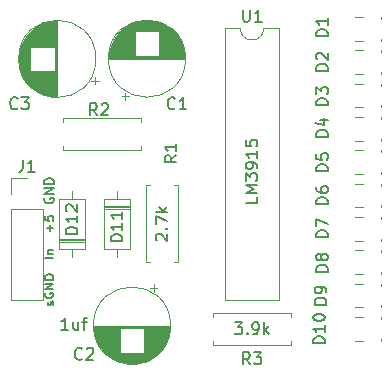
<source format=gbr>
G04 #@! TF.GenerationSoftware,KiCad,Pcbnew,(5.1.4-0-10_14)*
G04 #@! TF.CreationDate,2019-08-30T09:08:26-07:00*
G04 #@! TF.ProjectId,VUMeter,56554d65-7465-4722-9e6b-696361645f70,rev?*
G04 #@! TF.SameCoordinates,Original*
G04 #@! TF.FileFunction,Legend,Top*
G04 #@! TF.FilePolarity,Positive*
%FSLAX46Y46*%
G04 Gerber Fmt 4.6, Leading zero omitted, Abs format (unit mm)*
G04 Created by KiCad (PCBNEW (5.1.4-0-10_14)) date 2019-08-30 09:08:26*
%MOMM*%
%LPD*%
G04 APERTURE LIST*
%ADD10C,0.150000*%
%ADD11C,0.120000*%
G04 APERTURE END LIST*
D10*
X69554285Y-90509285D02*
X68804285Y-90509285D01*
X69054285Y-90152142D02*
X69554285Y-90152142D01*
X69125714Y-90152142D02*
X69090000Y-90116428D01*
X69054285Y-90045000D01*
X69054285Y-89937857D01*
X69090000Y-89866428D01*
X69161428Y-89830714D01*
X69554285Y-89830714D01*
X69268571Y-88272857D02*
X69268571Y-87701428D01*
X69554285Y-87987142D02*
X68982857Y-87987142D01*
X68804285Y-86987142D02*
X68804285Y-87344285D01*
X69161428Y-87380000D01*
X69125714Y-87344285D01*
X69090000Y-87272857D01*
X69090000Y-87094285D01*
X69125714Y-87022857D01*
X69161428Y-86987142D01*
X69232857Y-86951428D01*
X69411428Y-86951428D01*
X69482857Y-86987142D01*
X69518571Y-87022857D01*
X69554285Y-87094285D01*
X69554285Y-87272857D01*
X69518571Y-87344285D01*
X69482857Y-87380000D01*
X69518571Y-94521571D02*
X69554285Y-94450142D01*
X69554285Y-94307285D01*
X69518571Y-94235857D01*
X69447142Y-94200142D01*
X69411428Y-94200142D01*
X69340000Y-94235857D01*
X69304285Y-94307285D01*
X69304285Y-94414428D01*
X69268571Y-94485857D01*
X69197142Y-94521571D01*
X69161428Y-94521571D01*
X69090000Y-94485857D01*
X69054285Y-94414428D01*
X69054285Y-94307285D01*
X69090000Y-94235857D01*
X68840000Y-93485857D02*
X68804285Y-93557285D01*
X68804285Y-93664428D01*
X68840000Y-93771571D01*
X68911428Y-93843000D01*
X68982857Y-93878714D01*
X69125714Y-93914428D01*
X69232857Y-93914428D01*
X69375714Y-93878714D01*
X69447142Y-93843000D01*
X69518571Y-93771571D01*
X69554285Y-93664428D01*
X69554285Y-93593000D01*
X69518571Y-93485857D01*
X69482857Y-93450142D01*
X69232857Y-93450142D01*
X69232857Y-93593000D01*
X69554285Y-93128714D02*
X68804285Y-93128714D01*
X69554285Y-92700142D01*
X68804285Y-92700142D01*
X69554285Y-92343000D02*
X68804285Y-92343000D01*
X68804285Y-92164428D01*
X68840000Y-92057285D01*
X68911428Y-91985857D01*
X68982857Y-91950142D01*
X69125714Y-91914428D01*
X69232857Y-91914428D01*
X69375714Y-91950142D01*
X69447142Y-91985857D01*
X69518571Y-92057285D01*
X69554285Y-92164428D01*
X69554285Y-92343000D01*
X68815000Y-85445523D02*
X68776904Y-85521714D01*
X68776904Y-85636000D01*
X68815000Y-85750285D01*
X68891190Y-85826476D01*
X68967380Y-85864571D01*
X69119761Y-85902666D01*
X69234047Y-85902666D01*
X69386428Y-85864571D01*
X69462619Y-85826476D01*
X69538809Y-85750285D01*
X69576904Y-85636000D01*
X69576904Y-85559809D01*
X69538809Y-85445523D01*
X69500714Y-85407428D01*
X69234047Y-85407428D01*
X69234047Y-85559809D01*
X69576904Y-85064571D02*
X68776904Y-85064571D01*
X69576904Y-84607428D01*
X68776904Y-84607428D01*
X69576904Y-84226476D02*
X68776904Y-84226476D01*
X68776904Y-84036000D01*
X68815000Y-83921714D01*
X68891190Y-83845523D01*
X68967380Y-83807428D01*
X69119761Y-83769333D01*
X69234047Y-83769333D01*
X69386428Y-83807428D01*
X69462619Y-83845523D01*
X69538809Y-83921714D01*
X69576904Y-84036000D01*
X69576904Y-84226476D01*
D11*
X88610000Y-71060000D02*
X87360000Y-71060000D01*
X88610000Y-94040000D02*
X88610000Y-71060000D01*
X84110000Y-94040000D02*
X88610000Y-94040000D01*
X84110000Y-71060000D02*
X84110000Y-94040000D01*
X85360000Y-71060000D02*
X84110000Y-71060000D01*
X87360000Y-71060000D02*
G75*
G02X85360000Y-71060000I-1000000J0D01*
G01*
X89630000Y-97890000D02*
X89630000Y-97560000D01*
X83090000Y-97890000D02*
X89630000Y-97890000D01*
X83090000Y-97560000D02*
X83090000Y-97890000D01*
X89630000Y-95150000D02*
X89630000Y-95480000D01*
X83090000Y-95150000D02*
X89630000Y-95150000D01*
X83090000Y-95480000D02*
X83090000Y-95150000D01*
X70390000Y-78640000D02*
X70390000Y-78970000D01*
X76930000Y-78640000D02*
X70390000Y-78640000D01*
X76930000Y-78970000D02*
X76930000Y-78640000D01*
X70390000Y-81380000D02*
X70390000Y-81050000D01*
X76930000Y-81380000D02*
X70390000Y-81380000D01*
X76930000Y-81050000D02*
X76930000Y-81380000D01*
X77370000Y-90900000D02*
X77700000Y-90900000D01*
X77370000Y-84360000D02*
X77370000Y-90900000D01*
X77700000Y-84360000D02*
X77370000Y-84360000D01*
X80110000Y-90900000D02*
X79780000Y-90900000D01*
X80110000Y-84360000D02*
X80110000Y-90900000D01*
X79780000Y-84360000D02*
X80110000Y-84360000D01*
X65980000Y-83760000D02*
X67310000Y-83760000D01*
X65980000Y-85090000D02*
X65980000Y-83760000D01*
X65980000Y-86360000D02*
X68640000Y-86360000D01*
X68640000Y-86360000D02*
X68640000Y-94040000D01*
X65980000Y-86360000D02*
X65980000Y-94040000D01*
X65980000Y-94040000D02*
X68640000Y-94040000D01*
X70000000Y-89150000D02*
X72240000Y-89150000D01*
X70000000Y-88910000D02*
X72240000Y-88910000D01*
X70000000Y-89030000D02*
X72240000Y-89030000D01*
X71120000Y-84860000D02*
X71120000Y-85510000D01*
X71120000Y-90400000D02*
X71120000Y-89750000D01*
X70000000Y-85510000D02*
X70000000Y-89750000D01*
X72240000Y-85510000D02*
X70000000Y-85510000D01*
X72240000Y-89750000D02*
X72240000Y-85510000D01*
X70000000Y-89750000D02*
X72240000Y-89750000D01*
X97260000Y-97345000D02*
X97260000Y-97530000D01*
X97260000Y-95510000D02*
X97260000Y-95695000D01*
X97250000Y-97530000D02*
X97260000Y-97530000D01*
X95060000Y-97530000D02*
X95791000Y-97530000D01*
X97250000Y-95510000D02*
X97260000Y-95510000D01*
X95060000Y-95510000D02*
X95791000Y-95510000D01*
X76050000Y-86110000D02*
X73810000Y-86110000D01*
X76050000Y-86350000D02*
X73810000Y-86350000D01*
X76050000Y-86230000D02*
X73810000Y-86230000D01*
X74930000Y-90400000D02*
X74930000Y-89750000D01*
X74930000Y-84860000D02*
X74930000Y-85510000D01*
X76050000Y-89750000D02*
X76050000Y-85510000D01*
X73810000Y-89750000D02*
X76050000Y-89750000D01*
X73810000Y-85510000D02*
X73810000Y-89750000D01*
X76050000Y-85510000D02*
X73810000Y-85510000D01*
X97260000Y-94522776D02*
X97260000Y-94707776D01*
X97260000Y-92687776D02*
X97260000Y-92872776D01*
X97250000Y-94707776D02*
X97260000Y-94707776D01*
X95060000Y-94707776D02*
X95791000Y-94707776D01*
X97250000Y-92687776D02*
X97260000Y-92687776D01*
X95060000Y-92687776D02*
X95791000Y-92687776D01*
X97260000Y-91700554D02*
X97260000Y-91885554D01*
X97260000Y-89865554D02*
X97260000Y-90050554D01*
X97250000Y-91885554D02*
X97260000Y-91885554D01*
X95060000Y-91885554D02*
X95791000Y-91885554D01*
X97250000Y-89865554D02*
X97260000Y-89865554D01*
X95060000Y-89865554D02*
X95791000Y-89865554D01*
X97260000Y-88878332D02*
X97260000Y-89063332D01*
X97260000Y-87043332D02*
X97260000Y-87228332D01*
X97250000Y-89063332D02*
X97260000Y-89063332D01*
X95060000Y-89063332D02*
X95791000Y-89063332D01*
X97250000Y-87043332D02*
X97260000Y-87043332D01*
X95060000Y-87043332D02*
X95791000Y-87043332D01*
X97260000Y-86056110D02*
X97260000Y-86241110D01*
X97260000Y-84221110D02*
X97260000Y-84406110D01*
X97250000Y-86241110D02*
X97260000Y-86241110D01*
X95060000Y-86241110D02*
X95791000Y-86241110D01*
X97250000Y-84221110D02*
X97260000Y-84221110D01*
X95060000Y-84221110D02*
X95791000Y-84221110D01*
X97260000Y-83233888D02*
X97260000Y-83418888D01*
X97260000Y-81398888D02*
X97260000Y-81583888D01*
X97250000Y-83418888D02*
X97260000Y-83418888D01*
X95060000Y-83418888D02*
X95791000Y-83418888D01*
X97250000Y-81398888D02*
X97260000Y-81398888D01*
X95060000Y-81398888D02*
X95791000Y-81398888D01*
X97260000Y-80411666D02*
X97260000Y-80596666D01*
X97260000Y-78576666D02*
X97260000Y-78761666D01*
X97250000Y-80596666D02*
X97260000Y-80596666D01*
X95060000Y-80596666D02*
X95791000Y-80596666D01*
X97250000Y-78576666D02*
X97260000Y-78576666D01*
X95060000Y-78576666D02*
X95791000Y-78576666D01*
X97260000Y-77589444D02*
X97260000Y-77774444D01*
X97260000Y-75754444D02*
X97260000Y-75939444D01*
X97250000Y-77774444D02*
X97260000Y-77774444D01*
X95060000Y-77774444D02*
X95791000Y-77774444D01*
X97250000Y-75754444D02*
X97260000Y-75754444D01*
X95060000Y-75754444D02*
X95791000Y-75754444D01*
X97260000Y-74767222D02*
X97260000Y-74952222D01*
X97260000Y-72932222D02*
X97260000Y-73117222D01*
X97250000Y-74952222D02*
X97260000Y-74952222D01*
X95060000Y-74952222D02*
X95791000Y-74952222D01*
X97250000Y-72932222D02*
X97260000Y-72932222D01*
X95060000Y-72932222D02*
X95791000Y-72932222D01*
X97260000Y-71945000D02*
X97260000Y-72130000D01*
X97260000Y-70110000D02*
X97260000Y-70295000D01*
X97250000Y-72130000D02*
X97260000Y-72130000D01*
X95060000Y-72130000D02*
X95791000Y-72130000D01*
X97250000Y-70110000D02*
X97260000Y-70110000D01*
X95060000Y-70110000D02*
X95791000Y-70110000D01*
X73055241Y-75814000D02*
X73055241Y-75184000D01*
X73370241Y-75499000D02*
X72740241Y-75499000D01*
X66629000Y-74062000D02*
X66629000Y-73258000D01*
X66669000Y-74293000D02*
X66669000Y-73027000D01*
X66709000Y-74462000D02*
X66709000Y-72858000D01*
X66749000Y-74600000D02*
X66749000Y-72720000D01*
X66789000Y-74719000D02*
X66789000Y-72601000D01*
X66829000Y-74825000D02*
X66829000Y-72495000D01*
X66869000Y-74922000D02*
X66869000Y-72398000D01*
X66909000Y-75010000D02*
X66909000Y-72310000D01*
X66949000Y-75092000D02*
X66949000Y-72228000D01*
X66989000Y-75169000D02*
X66989000Y-72151000D01*
X67029000Y-75241000D02*
X67029000Y-72079000D01*
X67069000Y-75310000D02*
X67069000Y-72010000D01*
X67109000Y-75374000D02*
X67109000Y-71946000D01*
X67149000Y-75436000D02*
X67149000Y-71884000D01*
X67189000Y-75494000D02*
X67189000Y-71826000D01*
X67229000Y-75550000D02*
X67229000Y-71770000D01*
X67269000Y-75604000D02*
X67269000Y-71716000D01*
X67309000Y-75655000D02*
X67309000Y-71665000D01*
X67349000Y-75704000D02*
X67349000Y-71616000D01*
X67389000Y-75752000D02*
X67389000Y-71568000D01*
X67429000Y-75797000D02*
X67429000Y-71523000D01*
X67469000Y-75842000D02*
X67469000Y-71478000D01*
X67509000Y-75884000D02*
X67509000Y-71436000D01*
X67549000Y-75925000D02*
X67549000Y-71395000D01*
X67589000Y-72620000D02*
X67589000Y-71355000D01*
X67589000Y-75965000D02*
X67589000Y-74700000D01*
X67629000Y-72620000D02*
X67629000Y-71317000D01*
X67629000Y-76003000D02*
X67629000Y-74700000D01*
X67669000Y-72620000D02*
X67669000Y-71280000D01*
X67669000Y-76040000D02*
X67669000Y-74700000D01*
X67709000Y-72620000D02*
X67709000Y-71244000D01*
X67709000Y-76076000D02*
X67709000Y-74700000D01*
X67749000Y-72620000D02*
X67749000Y-71210000D01*
X67749000Y-76110000D02*
X67749000Y-74700000D01*
X67789000Y-72620000D02*
X67789000Y-71176000D01*
X67789000Y-76144000D02*
X67789000Y-74700000D01*
X67829000Y-72620000D02*
X67829000Y-71144000D01*
X67829000Y-76176000D02*
X67829000Y-74700000D01*
X67869000Y-72620000D02*
X67869000Y-71112000D01*
X67869000Y-76208000D02*
X67869000Y-74700000D01*
X67909000Y-72620000D02*
X67909000Y-71082000D01*
X67909000Y-76238000D02*
X67909000Y-74700000D01*
X67949000Y-72620000D02*
X67949000Y-71053000D01*
X67949000Y-76267000D02*
X67949000Y-74700000D01*
X67989000Y-72620000D02*
X67989000Y-71024000D01*
X67989000Y-76296000D02*
X67989000Y-74700000D01*
X68029000Y-72620000D02*
X68029000Y-70996000D01*
X68029000Y-76324000D02*
X68029000Y-74700000D01*
X68069000Y-72620000D02*
X68069000Y-70970000D01*
X68069000Y-76350000D02*
X68069000Y-74700000D01*
X68109000Y-72620000D02*
X68109000Y-70944000D01*
X68109000Y-76376000D02*
X68109000Y-74700000D01*
X68149000Y-72620000D02*
X68149000Y-70918000D01*
X68149000Y-76402000D02*
X68149000Y-74700000D01*
X68189000Y-72620000D02*
X68189000Y-70894000D01*
X68189000Y-76426000D02*
X68189000Y-74700000D01*
X68229000Y-72620000D02*
X68229000Y-70870000D01*
X68229000Y-76450000D02*
X68229000Y-74700000D01*
X68269000Y-72620000D02*
X68269000Y-70848000D01*
X68269000Y-76472000D02*
X68269000Y-74700000D01*
X68309000Y-72620000D02*
X68309000Y-70826000D01*
X68309000Y-76494000D02*
X68309000Y-74700000D01*
X68349000Y-72620000D02*
X68349000Y-70804000D01*
X68349000Y-76516000D02*
X68349000Y-74700000D01*
X68389000Y-72620000D02*
X68389000Y-70784000D01*
X68389000Y-76536000D02*
X68389000Y-74700000D01*
X68429000Y-72620000D02*
X68429000Y-70764000D01*
X68429000Y-76556000D02*
X68429000Y-74700000D01*
X68469000Y-72620000D02*
X68469000Y-70744000D01*
X68469000Y-76576000D02*
X68469000Y-74700000D01*
X68509000Y-72620000D02*
X68509000Y-70726000D01*
X68509000Y-76594000D02*
X68509000Y-74700000D01*
X68549000Y-72620000D02*
X68549000Y-70708000D01*
X68549000Y-76612000D02*
X68549000Y-74700000D01*
X68589000Y-72620000D02*
X68589000Y-70690000D01*
X68589000Y-76630000D02*
X68589000Y-74700000D01*
X68629000Y-72620000D02*
X68629000Y-70674000D01*
X68629000Y-76646000D02*
X68629000Y-74700000D01*
X68669000Y-72620000D02*
X68669000Y-70658000D01*
X68669000Y-76662000D02*
X68669000Y-74700000D01*
X68709000Y-72620000D02*
X68709000Y-70642000D01*
X68709000Y-76678000D02*
X68709000Y-74700000D01*
X68749000Y-72620000D02*
X68749000Y-70627000D01*
X68749000Y-76693000D02*
X68749000Y-74700000D01*
X68789000Y-72620000D02*
X68789000Y-70613000D01*
X68789000Y-76707000D02*
X68789000Y-74700000D01*
X68829000Y-72620000D02*
X68829000Y-70599000D01*
X68829000Y-76721000D02*
X68829000Y-74700000D01*
X68869000Y-72620000D02*
X68869000Y-70586000D01*
X68869000Y-76734000D02*
X68869000Y-74700000D01*
X68909000Y-72620000D02*
X68909000Y-70574000D01*
X68909000Y-76746000D02*
X68909000Y-74700000D01*
X68949000Y-72620000D02*
X68949000Y-70562000D01*
X68949000Y-76758000D02*
X68949000Y-74700000D01*
X68989000Y-72620000D02*
X68989000Y-70550000D01*
X68989000Y-76770000D02*
X68989000Y-74700000D01*
X69029000Y-72620000D02*
X69029000Y-70539000D01*
X69029000Y-76781000D02*
X69029000Y-74700000D01*
X69069000Y-72620000D02*
X69069000Y-70529000D01*
X69069000Y-76791000D02*
X69069000Y-74700000D01*
X69109000Y-72620000D02*
X69109000Y-70519000D01*
X69109000Y-76801000D02*
X69109000Y-74700000D01*
X69149000Y-72620000D02*
X69149000Y-70510000D01*
X69149000Y-76810000D02*
X69149000Y-74700000D01*
X69190000Y-72620000D02*
X69190000Y-70501000D01*
X69190000Y-76819000D02*
X69190000Y-74700000D01*
X69230000Y-72620000D02*
X69230000Y-70493000D01*
X69230000Y-76827000D02*
X69230000Y-74700000D01*
X69270000Y-72620000D02*
X69270000Y-70485000D01*
X69270000Y-76835000D02*
X69270000Y-74700000D01*
X69310000Y-72620000D02*
X69310000Y-70478000D01*
X69310000Y-76842000D02*
X69310000Y-74700000D01*
X69350000Y-72620000D02*
X69350000Y-70471000D01*
X69350000Y-76849000D02*
X69350000Y-74700000D01*
X69390000Y-72620000D02*
X69390000Y-70465000D01*
X69390000Y-76855000D02*
X69390000Y-74700000D01*
X69430000Y-72620000D02*
X69430000Y-70459000D01*
X69430000Y-76861000D02*
X69430000Y-74700000D01*
X69470000Y-72620000D02*
X69470000Y-70454000D01*
X69470000Y-76866000D02*
X69470000Y-74700000D01*
X69510000Y-72620000D02*
X69510000Y-70449000D01*
X69510000Y-76871000D02*
X69510000Y-74700000D01*
X69550000Y-72620000D02*
X69550000Y-70445000D01*
X69550000Y-76875000D02*
X69550000Y-74700000D01*
X69590000Y-72620000D02*
X69590000Y-70442000D01*
X69590000Y-76878000D02*
X69590000Y-74700000D01*
X69630000Y-72620000D02*
X69630000Y-70438000D01*
X69630000Y-76882000D02*
X69630000Y-74700000D01*
X69670000Y-76884000D02*
X69670000Y-70436000D01*
X69710000Y-76887000D02*
X69710000Y-70433000D01*
X69750000Y-76888000D02*
X69750000Y-70432000D01*
X69790000Y-76890000D02*
X69790000Y-70430000D01*
X69830000Y-76890000D02*
X69830000Y-70430000D01*
X69870000Y-76890000D02*
X69870000Y-70430000D01*
X73140000Y-73660000D02*
G75*
G03X73140000Y-73660000I-3270000J0D01*
G01*
X78354000Y-93060759D02*
X77724000Y-93060759D01*
X78039000Y-92745759D02*
X78039000Y-93375759D01*
X76602000Y-99487000D02*
X75798000Y-99487000D01*
X76833000Y-99447000D02*
X75567000Y-99447000D01*
X77002000Y-99407000D02*
X75398000Y-99407000D01*
X77140000Y-99367000D02*
X75260000Y-99367000D01*
X77259000Y-99327000D02*
X75141000Y-99327000D01*
X77365000Y-99287000D02*
X75035000Y-99287000D01*
X77462000Y-99247000D02*
X74938000Y-99247000D01*
X77550000Y-99207000D02*
X74850000Y-99207000D01*
X77632000Y-99167000D02*
X74768000Y-99167000D01*
X77709000Y-99127000D02*
X74691000Y-99127000D01*
X77781000Y-99087000D02*
X74619000Y-99087000D01*
X77850000Y-99047000D02*
X74550000Y-99047000D01*
X77914000Y-99007000D02*
X74486000Y-99007000D01*
X77976000Y-98967000D02*
X74424000Y-98967000D01*
X78034000Y-98927000D02*
X74366000Y-98927000D01*
X78090000Y-98887000D02*
X74310000Y-98887000D01*
X78144000Y-98847000D02*
X74256000Y-98847000D01*
X78195000Y-98807000D02*
X74205000Y-98807000D01*
X78244000Y-98767000D02*
X74156000Y-98767000D01*
X78292000Y-98727000D02*
X74108000Y-98727000D01*
X78337000Y-98687000D02*
X74063000Y-98687000D01*
X78382000Y-98647000D02*
X74018000Y-98647000D01*
X78424000Y-98607000D02*
X73976000Y-98607000D01*
X78465000Y-98567000D02*
X73935000Y-98567000D01*
X75160000Y-98527000D02*
X73895000Y-98527000D01*
X78505000Y-98527000D02*
X77240000Y-98527000D01*
X75160000Y-98487000D02*
X73857000Y-98487000D01*
X78543000Y-98487000D02*
X77240000Y-98487000D01*
X75160000Y-98447000D02*
X73820000Y-98447000D01*
X78580000Y-98447000D02*
X77240000Y-98447000D01*
X75160000Y-98407000D02*
X73784000Y-98407000D01*
X78616000Y-98407000D02*
X77240000Y-98407000D01*
X75160000Y-98367000D02*
X73750000Y-98367000D01*
X78650000Y-98367000D02*
X77240000Y-98367000D01*
X75160000Y-98327000D02*
X73716000Y-98327000D01*
X78684000Y-98327000D02*
X77240000Y-98327000D01*
X75160000Y-98287000D02*
X73684000Y-98287000D01*
X78716000Y-98287000D02*
X77240000Y-98287000D01*
X75160000Y-98247000D02*
X73652000Y-98247000D01*
X78748000Y-98247000D02*
X77240000Y-98247000D01*
X75160000Y-98207000D02*
X73622000Y-98207000D01*
X78778000Y-98207000D02*
X77240000Y-98207000D01*
X75160000Y-98167000D02*
X73593000Y-98167000D01*
X78807000Y-98167000D02*
X77240000Y-98167000D01*
X75160000Y-98127000D02*
X73564000Y-98127000D01*
X78836000Y-98127000D02*
X77240000Y-98127000D01*
X75160000Y-98087000D02*
X73536000Y-98087000D01*
X78864000Y-98087000D02*
X77240000Y-98087000D01*
X75160000Y-98047000D02*
X73510000Y-98047000D01*
X78890000Y-98047000D02*
X77240000Y-98047000D01*
X75160000Y-98007000D02*
X73484000Y-98007000D01*
X78916000Y-98007000D02*
X77240000Y-98007000D01*
X75160000Y-97967000D02*
X73458000Y-97967000D01*
X78942000Y-97967000D02*
X77240000Y-97967000D01*
X75160000Y-97927000D02*
X73434000Y-97927000D01*
X78966000Y-97927000D02*
X77240000Y-97927000D01*
X75160000Y-97887000D02*
X73410000Y-97887000D01*
X78990000Y-97887000D02*
X77240000Y-97887000D01*
X75160000Y-97847000D02*
X73388000Y-97847000D01*
X79012000Y-97847000D02*
X77240000Y-97847000D01*
X75160000Y-97807000D02*
X73366000Y-97807000D01*
X79034000Y-97807000D02*
X77240000Y-97807000D01*
X75160000Y-97767000D02*
X73344000Y-97767000D01*
X79056000Y-97767000D02*
X77240000Y-97767000D01*
X75160000Y-97727000D02*
X73324000Y-97727000D01*
X79076000Y-97727000D02*
X77240000Y-97727000D01*
X75160000Y-97687000D02*
X73304000Y-97687000D01*
X79096000Y-97687000D02*
X77240000Y-97687000D01*
X75160000Y-97647000D02*
X73284000Y-97647000D01*
X79116000Y-97647000D02*
X77240000Y-97647000D01*
X75160000Y-97607000D02*
X73266000Y-97607000D01*
X79134000Y-97607000D02*
X77240000Y-97607000D01*
X75160000Y-97567000D02*
X73248000Y-97567000D01*
X79152000Y-97567000D02*
X77240000Y-97567000D01*
X75160000Y-97527000D02*
X73230000Y-97527000D01*
X79170000Y-97527000D02*
X77240000Y-97527000D01*
X75160000Y-97487000D02*
X73214000Y-97487000D01*
X79186000Y-97487000D02*
X77240000Y-97487000D01*
X75160000Y-97447000D02*
X73198000Y-97447000D01*
X79202000Y-97447000D02*
X77240000Y-97447000D01*
X75160000Y-97407000D02*
X73182000Y-97407000D01*
X79218000Y-97407000D02*
X77240000Y-97407000D01*
X75160000Y-97367000D02*
X73167000Y-97367000D01*
X79233000Y-97367000D02*
X77240000Y-97367000D01*
X75160000Y-97327000D02*
X73153000Y-97327000D01*
X79247000Y-97327000D02*
X77240000Y-97327000D01*
X75160000Y-97287000D02*
X73139000Y-97287000D01*
X79261000Y-97287000D02*
X77240000Y-97287000D01*
X75160000Y-97247000D02*
X73126000Y-97247000D01*
X79274000Y-97247000D02*
X77240000Y-97247000D01*
X75160000Y-97207000D02*
X73114000Y-97207000D01*
X79286000Y-97207000D02*
X77240000Y-97207000D01*
X75160000Y-97167000D02*
X73102000Y-97167000D01*
X79298000Y-97167000D02*
X77240000Y-97167000D01*
X75160000Y-97127000D02*
X73090000Y-97127000D01*
X79310000Y-97127000D02*
X77240000Y-97127000D01*
X75160000Y-97087000D02*
X73079000Y-97087000D01*
X79321000Y-97087000D02*
X77240000Y-97087000D01*
X75160000Y-97047000D02*
X73069000Y-97047000D01*
X79331000Y-97047000D02*
X77240000Y-97047000D01*
X75160000Y-97007000D02*
X73059000Y-97007000D01*
X79341000Y-97007000D02*
X77240000Y-97007000D01*
X75160000Y-96967000D02*
X73050000Y-96967000D01*
X79350000Y-96967000D02*
X77240000Y-96967000D01*
X75160000Y-96926000D02*
X73041000Y-96926000D01*
X79359000Y-96926000D02*
X77240000Y-96926000D01*
X75160000Y-96886000D02*
X73033000Y-96886000D01*
X79367000Y-96886000D02*
X77240000Y-96886000D01*
X75160000Y-96846000D02*
X73025000Y-96846000D01*
X79375000Y-96846000D02*
X77240000Y-96846000D01*
X75160000Y-96806000D02*
X73018000Y-96806000D01*
X79382000Y-96806000D02*
X77240000Y-96806000D01*
X75160000Y-96766000D02*
X73011000Y-96766000D01*
X79389000Y-96766000D02*
X77240000Y-96766000D01*
X75160000Y-96726000D02*
X73005000Y-96726000D01*
X79395000Y-96726000D02*
X77240000Y-96726000D01*
X75160000Y-96686000D02*
X72999000Y-96686000D01*
X79401000Y-96686000D02*
X77240000Y-96686000D01*
X75160000Y-96646000D02*
X72994000Y-96646000D01*
X79406000Y-96646000D02*
X77240000Y-96646000D01*
X75160000Y-96606000D02*
X72989000Y-96606000D01*
X79411000Y-96606000D02*
X77240000Y-96606000D01*
X75160000Y-96566000D02*
X72985000Y-96566000D01*
X79415000Y-96566000D02*
X77240000Y-96566000D01*
X75160000Y-96526000D02*
X72982000Y-96526000D01*
X79418000Y-96526000D02*
X77240000Y-96526000D01*
X75160000Y-96486000D02*
X72978000Y-96486000D01*
X79422000Y-96486000D02*
X77240000Y-96486000D01*
X79424000Y-96446000D02*
X72976000Y-96446000D01*
X79427000Y-96406000D02*
X72973000Y-96406000D01*
X79428000Y-96366000D02*
X72972000Y-96366000D01*
X79430000Y-96326000D02*
X72970000Y-96326000D01*
X79430000Y-96286000D02*
X72970000Y-96286000D01*
X79430000Y-96246000D02*
X72970000Y-96246000D01*
X79470000Y-96246000D02*
G75*
G03X79470000Y-96246000I-3270000J0D01*
G01*
X75316000Y-76825241D02*
X75946000Y-76825241D01*
X75631000Y-77140241D02*
X75631000Y-76510241D01*
X77068000Y-70399000D02*
X77872000Y-70399000D01*
X76837000Y-70439000D02*
X78103000Y-70439000D01*
X76668000Y-70479000D02*
X78272000Y-70479000D01*
X76530000Y-70519000D02*
X78410000Y-70519000D01*
X76411000Y-70559000D02*
X78529000Y-70559000D01*
X76305000Y-70599000D02*
X78635000Y-70599000D01*
X76208000Y-70639000D02*
X78732000Y-70639000D01*
X76120000Y-70679000D02*
X78820000Y-70679000D01*
X76038000Y-70719000D02*
X78902000Y-70719000D01*
X75961000Y-70759000D02*
X78979000Y-70759000D01*
X75889000Y-70799000D02*
X79051000Y-70799000D01*
X75820000Y-70839000D02*
X79120000Y-70839000D01*
X75756000Y-70879000D02*
X79184000Y-70879000D01*
X75694000Y-70919000D02*
X79246000Y-70919000D01*
X75636000Y-70959000D02*
X79304000Y-70959000D01*
X75580000Y-70999000D02*
X79360000Y-70999000D01*
X75526000Y-71039000D02*
X79414000Y-71039000D01*
X75475000Y-71079000D02*
X79465000Y-71079000D01*
X75426000Y-71119000D02*
X79514000Y-71119000D01*
X75378000Y-71159000D02*
X79562000Y-71159000D01*
X75333000Y-71199000D02*
X79607000Y-71199000D01*
X75288000Y-71239000D02*
X79652000Y-71239000D01*
X75246000Y-71279000D02*
X79694000Y-71279000D01*
X75205000Y-71319000D02*
X79735000Y-71319000D01*
X78510000Y-71359000D02*
X79775000Y-71359000D01*
X75165000Y-71359000D02*
X76430000Y-71359000D01*
X78510000Y-71399000D02*
X79813000Y-71399000D01*
X75127000Y-71399000D02*
X76430000Y-71399000D01*
X78510000Y-71439000D02*
X79850000Y-71439000D01*
X75090000Y-71439000D02*
X76430000Y-71439000D01*
X78510000Y-71479000D02*
X79886000Y-71479000D01*
X75054000Y-71479000D02*
X76430000Y-71479000D01*
X78510000Y-71519000D02*
X79920000Y-71519000D01*
X75020000Y-71519000D02*
X76430000Y-71519000D01*
X78510000Y-71559000D02*
X79954000Y-71559000D01*
X74986000Y-71559000D02*
X76430000Y-71559000D01*
X78510000Y-71599000D02*
X79986000Y-71599000D01*
X74954000Y-71599000D02*
X76430000Y-71599000D01*
X78510000Y-71639000D02*
X80018000Y-71639000D01*
X74922000Y-71639000D02*
X76430000Y-71639000D01*
X78510000Y-71679000D02*
X80048000Y-71679000D01*
X74892000Y-71679000D02*
X76430000Y-71679000D01*
X78510000Y-71719000D02*
X80077000Y-71719000D01*
X74863000Y-71719000D02*
X76430000Y-71719000D01*
X78510000Y-71759000D02*
X80106000Y-71759000D01*
X74834000Y-71759000D02*
X76430000Y-71759000D01*
X78510000Y-71799000D02*
X80134000Y-71799000D01*
X74806000Y-71799000D02*
X76430000Y-71799000D01*
X78510000Y-71839000D02*
X80160000Y-71839000D01*
X74780000Y-71839000D02*
X76430000Y-71839000D01*
X78510000Y-71879000D02*
X80186000Y-71879000D01*
X74754000Y-71879000D02*
X76430000Y-71879000D01*
X78510000Y-71919000D02*
X80212000Y-71919000D01*
X74728000Y-71919000D02*
X76430000Y-71919000D01*
X78510000Y-71959000D02*
X80236000Y-71959000D01*
X74704000Y-71959000D02*
X76430000Y-71959000D01*
X78510000Y-71999000D02*
X80260000Y-71999000D01*
X74680000Y-71999000D02*
X76430000Y-71999000D01*
X78510000Y-72039000D02*
X80282000Y-72039000D01*
X74658000Y-72039000D02*
X76430000Y-72039000D01*
X78510000Y-72079000D02*
X80304000Y-72079000D01*
X74636000Y-72079000D02*
X76430000Y-72079000D01*
X78510000Y-72119000D02*
X80326000Y-72119000D01*
X74614000Y-72119000D02*
X76430000Y-72119000D01*
X78510000Y-72159000D02*
X80346000Y-72159000D01*
X74594000Y-72159000D02*
X76430000Y-72159000D01*
X78510000Y-72199000D02*
X80366000Y-72199000D01*
X74574000Y-72199000D02*
X76430000Y-72199000D01*
X78510000Y-72239000D02*
X80386000Y-72239000D01*
X74554000Y-72239000D02*
X76430000Y-72239000D01*
X78510000Y-72279000D02*
X80404000Y-72279000D01*
X74536000Y-72279000D02*
X76430000Y-72279000D01*
X78510000Y-72319000D02*
X80422000Y-72319000D01*
X74518000Y-72319000D02*
X76430000Y-72319000D01*
X78510000Y-72359000D02*
X80440000Y-72359000D01*
X74500000Y-72359000D02*
X76430000Y-72359000D01*
X78510000Y-72399000D02*
X80456000Y-72399000D01*
X74484000Y-72399000D02*
X76430000Y-72399000D01*
X78510000Y-72439000D02*
X80472000Y-72439000D01*
X74468000Y-72439000D02*
X76430000Y-72439000D01*
X78510000Y-72479000D02*
X80488000Y-72479000D01*
X74452000Y-72479000D02*
X76430000Y-72479000D01*
X78510000Y-72519000D02*
X80503000Y-72519000D01*
X74437000Y-72519000D02*
X76430000Y-72519000D01*
X78510000Y-72559000D02*
X80517000Y-72559000D01*
X74423000Y-72559000D02*
X76430000Y-72559000D01*
X78510000Y-72599000D02*
X80531000Y-72599000D01*
X74409000Y-72599000D02*
X76430000Y-72599000D01*
X78510000Y-72639000D02*
X80544000Y-72639000D01*
X74396000Y-72639000D02*
X76430000Y-72639000D01*
X78510000Y-72679000D02*
X80556000Y-72679000D01*
X74384000Y-72679000D02*
X76430000Y-72679000D01*
X78510000Y-72719000D02*
X80568000Y-72719000D01*
X74372000Y-72719000D02*
X76430000Y-72719000D01*
X78510000Y-72759000D02*
X80580000Y-72759000D01*
X74360000Y-72759000D02*
X76430000Y-72759000D01*
X78510000Y-72799000D02*
X80591000Y-72799000D01*
X74349000Y-72799000D02*
X76430000Y-72799000D01*
X78510000Y-72839000D02*
X80601000Y-72839000D01*
X74339000Y-72839000D02*
X76430000Y-72839000D01*
X78510000Y-72879000D02*
X80611000Y-72879000D01*
X74329000Y-72879000D02*
X76430000Y-72879000D01*
X78510000Y-72919000D02*
X80620000Y-72919000D01*
X74320000Y-72919000D02*
X76430000Y-72919000D01*
X78510000Y-72960000D02*
X80629000Y-72960000D01*
X74311000Y-72960000D02*
X76430000Y-72960000D01*
X78510000Y-73000000D02*
X80637000Y-73000000D01*
X74303000Y-73000000D02*
X76430000Y-73000000D01*
X78510000Y-73040000D02*
X80645000Y-73040000D01*
X74295000Y-73040000D02*
X76430000Y-73040000D01*
X78510000Y-73080000D02*
X80652000Y-73080000D01*
X74288000Y-73080000D02*
X76430000Y-73080000D01*
X78510000Y-73120000D02*
X80659000Y-73120000D01*
X74281000Y-73120000D02*
X76430000Y-73120000D01*
X78510000Y-73160000D02*
X80665000Y-73160000D01*
X74275000Y-73160000D02*
X76430000Y-73160000D01*
X78510000Y-73200000D02*
X80671000Y-73200000D01*
X74269000Y-73200000D02*
X76430000Y-73200000D01*
X78510000Y-73240000D02*
X80676000Y-73240000D01*
X74264000Y-73240000D02*
X76430000Y-73240000D01*
X78510000Y-73280000D02*
X80681000Y-73280000D01*
X74259000Y-73280000D02*
X76430000Y-73280000D01*
X78510000Y-73320000D02*
X80685000Y-73320000D01*
X74255000Y-73320000D02*
X76430000Y-73320000D01*
X78510000Y-73360000D02*
X80688000Y-73360000D01*
X74252000Y-73360000D02*
X76430000Y-73360000D01*
X78510000Y-73400000D02*
X80692000Y-73400000D01*
X74248000Y-73400000D02*
X76430000Y-73400000D01*
X74246000Y-73440000D02*
X80694000Y-73440000D01*
X74243000Y-73480000D02*
X80697000Y-73480000D01*
X74242000Y-73520000D02*
X80698000Y-73520000D01*
X74240000Y-73560000D02*
X80700000Y-73560000D01*
X74240000Y-73600000D02*
X80700000Y-73600000D01*
X74240000Y-73640000D02*
X80700000Y-73640000D01*
X80740000Y-73640000D02*
G75*
G03X80740000Y-73640000I-3270000J0D01*
G01*
D10*
X85598095Y-69512380D02*
X85598095Y-70321904D01*
X85645714Y-70417142D01*
X85693333Y-70464761D01*
X85788571Y-70512380D01*
X85979047Y-70512380D01*
X86074285Y-70464761D01*
X86121904Y-70417142D01*
X86169523Y-70321904D01*
X86169523Y-69512380D01*
X87169523Y-70512380D02*
X86598095Y-70512380D01*
X86883809Y-70512380D02*
X86883809Y-69512380D01*
X86788571Y-69655238D01*
X86693333Y-69750476D01*
X86598095Y-69798095D01*
X86812380Y-85351666D02*
X86812380Y-85827857D01*
X85812380Y-85827857D01*
X86812380Y-85018333D02*
X85812380Y-85018333D01*
X86526666Y-84685000D01*
X85812380Y-84351666D01*
X86812380Y-84351666D01*
X85812380Y-83970714D02*
X85812380Y-83351666D01*
X86193333Y-83685000D01*
X86193333Y-83542142D01*
X86240952Y-83446904D01*
X86288571Y-83399285D01*
X86383809Y-83351666D01*
X86621904Y-83351666D01*
X86717142Y-83399285D01*
X86764761Y-83446904D01*
X86812380Y-83542142D01*
X86812380Y-83827857D01*
X86764761Y-83923095D01*
X86717142Y-83970714D01*
X86812380Y-82875476D02*
X86812380Y-82685000D01*
X86764761Y-82589761D01*
X86717142Y-82542142D01*
X86574285Y-82446904D01*
X86383809Y-82399285D01*
X86002857Y-82399285D01*
X85907619Y-82446904D01*
X85860000Y-82494523D01*
X85812380Y-82589761D01*
X85812380Y-82780238D01*
X85860000Y-82875476D01*
X85907619Y-82923095D01*
X86002857Y-82970714D01*
X86240952Y-82970714D01*
X86336190Y-82923095D01*
X86383809Y-82875476D01*
X86431428Y-82780238D01*
X86431428Y-82589761D01*
X86383809Y-82494523D01*
X86336190Y-82446904D01*
X86240952Y-82399285D01*
X86812380Y-81446904D02*
X86812380Y-82018333D01*
X86812380Y-81732619D02*
X85812380Y-81732619D01*
X85955238Y-81827857D01*
X86050476Y-81923095D01*
X86098095Y-82018333D01*
X85812380Y-80542142D02*
X85812380Y-81018333D01*
X86288571Y-81065952D01*
X86240952Y-81018333D01*
X86193333Y-80923095D01*
X86193333Y-80685000D01*
X86240952Y-80589761D01*
X86288571Y-80542142D01*
X86383809Y-80494523D01*
X86621904Y-80494523D01*
X86717142Y-80542142D01*
X86764761Y-80589761D01*
X86812380Y-80685000D01*
X86812380Y-80923095D01*
X86764761Y-81018333D01*
X86717142Y-81065952D01*
X86193333Y-99512380D02*
X85860000Y-99036190D01*
X85621904Y-99512380D02*
X85621904Y-98512380D01*
X86002857Y-98512380D01*
X86098095Y-98560000D01*
X86145714Y-98607619D01*
X86193333Y-98702857D01*
X86193333Y-98845714D01*
X86145714Y-98940952D01*
X86098095Y-98988571D01*
X86002857Y-99036190D01*
X85621904Y-99036190D01*
X86526666Y-98512380D02*
X87145714Y-98512380D01*
X86812380Y-98893333D01*
X86955238Y-98893333D01*
X87050476Y-98940952D01*
X87098095Y-98988571D01*
X87145714Y-99083809D01*
X87145714Y-99321904D01*
X87098095Y-99417142D01*
X87050476Y-99464761D01*
X86955238Y-99512380D01*
X86669523Y-99512380D01*
X86574285Y-99464761D01*
X86526666Y-99417142D01*
X84907619Y-95972380D02*
X85526666Y-95972380D01*
X85193333Y-96353333D01*
X85336190Y-96353333D01*
X85431428Y-96400952D01*
X85479047Y-96448571D01*
X85526666Y-96543809D01*
X85526666Y-96781904D01*
X85479047Y-96877142D01*
X85431428Y-96924761D01*
X85336190Y-96972380D01*
X85050476Y-96972380D01*
X84955238Y-96924761D01*
X84907619Y-96877142D01*
X85955238Y-96877142D02*
X86002857Y-96924761D01*
X85955238Y-96972380D01*
X85907619Y-96924761D01*
X85955238Y-96877142D01*
X85955238Y-96972380D01*
X86479047Y-96972380D02*
X86669523Y-96972380D01*
X86764761Y-96924761D01*
X86812380Y-96877142D01*
X86907619Y-96734285D01*
X86955238Y-96543809D01*
X86955238Y-96162857D01*
X86907619Y-96067619D01*
X86860000Y-96020000D01*
X86764761Y-95972380D01*
X86574285Y-95972380D01*
X86479047Y-96020000D01*
X86431428Y-96067619D01*
X86383809Y-96162857D01*
X86383809Y-96400952D01*
X86431428Y-96496190D01*
X86479047Y-96543809D01*
X86574285Y-96591428D01*
X86764761Y-96591428D01*
X86860000Y-96543809D01*
X86907619Y-96496190D01*
X86955238Y-96400952D01*
X87383809Y-96972380D02*
X87383809Y-95972380D01*
X87479047Y-96591428D02*
X87764761Y-96972380D01*
X87764761Y-96305714D02*
X87383809Y-96686666D01*
X73239333Y-78430380D02*
X72906000Y-77954190D01*
X72667904Y-78430380D02*
X72667904Y-77430380D01*
X73048857Y-77430380D01*
X73144095Y-77478000D01*
X73191714Y-77525619D01*
X73239333Y-77620857D01*
X73239333Y-77763714D01*
X73191714Y-77858952D01*
X73144095Y-77906571D01*
X73048857Y-77954190D01*
X72667904Y-77954190D01*
X73620285Y-77525619D02*
X73667904Y-77478000D01*
X73763142Y-77430380D01*
X74001238Y-77430380D01*
X74096476Y-77478000D01*
X74144095Y-77525619D01*
X74191714Y-77620857D01*
X74191714Y-77716095D01*
X74144095Y-77858952D01*
X73572666Y-78430380D01*
X74191714Y-78430380D01*
X79954380Y-81827666D02*
X79478190Y-82161000D01*
X79954380Y-82399095D02*
X78954380Y-82399095D01*
X78954380Y-82018142D01*
X79002000Y-81922904D01*
X79049619Y-81875285D01*
X79144857Y-81827666D01*
X79287714Y-81827666D01*
X79382952Y-81875285D01*
X79430571Y-81922904D01*
X79478190Y-82018142D01*
X79478190Y-82399095D01*
X79954380Y-80875285D02*
X79954380Y-81446714D01*
X79954380Y-81161000D02*
X78954380Y-81161000D01*
X79097238Y-81256238D01*
X79192476Y-81351476D01*
X79240095Y-81446714D01*
X78287619Y-89034761D02*
X78240000Y-88987142D01*
X78192380Y-88891904D01*
X78192380Y-88653809D01*
X78240000Y-88558571D01*
X78287619Y-88510952D01*
X78382857Y-88463333D01*
X78478095Y-88463333D01*
X78620952Y-88510952D01*
X79192380Y-89082380D01*
X79192380Y-88463333D01*
X79097142Y-88034761D02*
X79144761Y-87987142D01*
X79192380Y-88034761D01*
X79144761Y-88082380D01*
X79097142Y-88034761D01*
X79192380Y-88034761D01*
X78192380Y-87653809D02*
X78192380Y-86987142D01*
X79192380Y-87415714D01*
X79192380Y-86606190D02*
X78192380Y-86606190D01*
X78811428Y-86510952D02*
X79192380Y-86225238D01*
X78525714Y-86225238D02*
X78906666Y-86606190D01*
X66976666Y-82212380D02*
X66976666Y-82926666D01*
X66929047Y-83069523D01*
X66833809Y-83164761D01*
X66690952Y-83212380D01*
X66595714Y-83212380D01*
X67976666Y-83212380D02*
X67405238Y-83212380D01*
X67690952Y-83212380D02*
X67690952Y-82212380D01*
X67595714Y-82355238D01*
X67500476Y-82450476D01*
X67405238Y-82498095D01*
X71572380Y-88463285D02*
X70572380Y-88463285D01*
X70572380Y-88225190D01*
X70620000Y-88082333D01*
X70715238Y-87987095D01*
X70810476Y-87939476D01*
X71000952Y-87891857D01*
X71143809Y-87891857D01*
X71334285Y-87939476D01*
X71429523Y-87987095D01*
X71524761Y-88082333D01*
X71572380Y-88225190D01*
X71572380Y-88463285D01*
X71572380Y-86939476D02*
X71572380Y-87510904D01*
X71572380Y-87225190D02*
X70572380Y-87225190D01*
X70715238Y-87320428D01*
X70810476Y-87415666D01*
X70858095Y-87510904D01*
X70667619Y-86558523D02*
X70620000Y-86510904D01*
X70572380Y-86415666D01*
X70572380Y-86177571D01*
X70620000Y-86082333D01*
X70667619Y-86034714D01*
X70762857Y-85987095D01*
X70858095Y-85987095D01*
X71000952Y-86034714D01*
X71572380Y-86606142D01*
X71572380Y-85987095D01*
X92527380Y-97734285D02*
X91527380Y-97734285D01*
X91527380Y-97496190D01*
X91575000Y-97353333D01*
X91670238Y-97258095D01*
X91765476Y-97210476D01*
X91955952Y-97162857D01*
X92098809Y-97162857D01*
X92289285Y-97210476D01*
X92384523Y-97258095D01*
X92479761Y-97353333D01*
X92527380Y-97496190D01*
X92527380Y-97734285D01*
X92527380Y-96210476D02*
X92527380Y-96781904D01*
X92527380Y-96496190D02*
X91527380Y-96496190D01*
X91670238Y-96591428D01*
X91765476Y-96686666D01*
X91813095Y-96781904D01*
X91527380Y-95591428D02*
X91527380Y-95496190D01*
X91575000Y-95400952D01*
X91622619Y-95353333D01*
X91717857Y-95305714D01*
X91908333Y-95258095D01*
X92146428Y-95258095D01*
X92336904Y-95305714D01*
X92432142Y-95353333D01*
X92479761Y-95400952D01*
X92527380Y-95496190D01*
X92527380Y-95591428D01*
X92479761Y-95686666D01*
X92432142Y-95734285D01*
X92336904Y-95781904D01*
X92146428Y-95829523D01*
X91908333Y-95829523D01*
X91717857Y-95781904D01*
X91622619Y-95734285D01*
X91575000Y-95686666D01*
X91527380Y-95591428D01*
X75382380Y-89098285D02*
X74382380Y-89098285D01*
X74382380Y-88860190D01*
X74430000Y-88717333D01*
X74525238Y-88622095D01*
X74620476Y-88574476D01*
X74810952Y-88526857D01*
X74953809Y-88526857D01*
X75144285Y-88574476D01*
X75239523Y-88622095D01*
X75334761Y-88717333D01*
X75382380Y-88860190D01*
X75382380Y-89098285D01*
X75382380Y-87574476D02*
X75382380Y-88145904D01*
X75382380Y-87860190D02*
X74382380Y-87860190D01*
X74525238Y-87955428D01*
X74620476Y-88050666D01*
X74668095Y-88145904D01*
X75382380Y-86622095D02*
X75382380Y-87193523D01*
X75382380Y-86907809D02*
X74382380Y-86907809D01*
X74525238Y-87003047D01*
X74620476Y-87098285D01*
X74668095Y-87193523D01*
X92654380Y-94464095D02*
X91654380Y-94464095D01*
X91654380Y-94226000D01*
X91702000Y-94083142D01*
X91797238Y-93987904D01*
X91892476Y-93940285D01*
X92082952Y-93892666D01*
X92225809Y-93892666D01*
X92416285Y-93940285D01*
X92511523Y-93987904D01*
X92606761Y-94083142D01*
X92654380Y-94226000D01*
X92654380Y-94464095D01*
X92654380Y-93416476D02*
X92654380Y-93226000D01*
X92606761Y-93130761D01*
X92559142Y-93083142D01*
X92416285Y-92987904D01*
X92225809Y-92940285D01*
X91844857Y-92940285D01*
X91749619Y-92987904D01*
X91702000Y-93035523D01*
X91654380Y-93130761D01*
X91654380Y-93321238D01*
X91702000Y-93416476D01*
X91749619Y-93464095D01*
X91844857Y-93511714D01*
X92082952Y-93511714D01*
X92178190Y-93464095D01*
X92225809Y-93416476D01*
X92273428Y-93321238D01*
X92273428Y-93130761D01*
X92225809Y-93035523D01*
X92178190Y-92987904D01*
X92082952Y-92940285D01*
X92781380Y-91670095D02*
X91781380Y-91670095D01*
X91781380Y-91432000D01*
X91829000Y-91289142D01*
X91924238Y-91193904D01*
X92019476Y-91146285D01*
X92209952Y-91098666D01*
X92352809Y-91098666D01*
X92543285Y-91146285D01*
X92638523Y-91193904D01*
X92733761Y-91289142D01*
X92781380Y-91432000D01*
X92781380Y-91670095D01*
X92209952Y-90527238D02*
X92162333Y-90622476D01*
X92114714Y-90670095D01*
X92019476Y-90717714D01*
X91971857Y-90717714D01*
X91876619Y-90670095D01*
X91829000Y-90622476D01*
X91781380Y-90527238D01*
X91781380Y-90336761D01*
X91829000Y-90241523D01*
X91876619Y-90193904D01*
X91971857Y-90146285D01*
X92019476Y-90146285D01*
X92114714Y-90193904D01*
X92162333Y-90241523D01*
X92209952Y-90336761D01*
X92209952Y-90527238D01*
X92257571Y-90622476D01*
X92305190Y-90670095D01*
X92400428Y-90717714D01*
X92590904Y-90717714D01*
X92686142Y-90670095D01*
X92733761Y-90622476D01*
X92781380Y-90527238D01*
X92781380Y-90336761D01*
X92733761Y-90241523D01*
X92686142Y-90193904D01*
X92590904Y-90146285D01*
X92400428Y-90146285D01*
X92305190Y-90193904D01*
X92257571Y-90241523D01*
X92209952Y-90336761D01*
X92781380Y-88749095D02*
X91781380Y-88749095D01*
X91781380Y-88511000D01*
X91829000Y-88368142D01*
X91924238Y-88272904D01*
X92019476Y-88225285D01*
X92209952Y-88177666D01*
X92352809Y-88177666D01*
X92543285Y-88225285D01*
X92638523Y-88272904D01*
X92733761Y-88368142D01*
X92781380Y-88511000D01*
X92781380Y-88749095D01*
X91781380Y-87844333D02*
X91781380Y-87177666D01*
X92781380Y-87606238D01*
X92781380Y-85955095D02*
X91781380Y-85955095D01*
X91781380Y-85717000D01*
X91829000Y-85574142D01*
X91924238Y-85478904D01*
X92019476Y-85431285D01*
X92209952Y-85383666D01*
X92352809Y-85383666D01*
X92543285Y-85431285D01*
X92638523Y-85478904D01*
X92733761Y-85574142D01*
X92781380Y-85717000D01*
X92781380Y-85955095D01*
X91781380Y-84526523D02*
X91781380Y-84717000D01*
X91829000Y-84812238D01*
X91876619Y-84859857D01*
X92019476Y-84955095D01*
X92209952Y-85002714D01*
X92590904Y-85002714D01*
X92686142Y-84955095D01*
X92733761Y-84907476D01*
X92781380Y-84812238D01*
X92781380Y-84621761D01*
X92733761Y-84526523D01*
X92686142Y-84478904D01*
X92590904Y-84431285D01*
X92352809Y-84431285D01*
X92257571Y-84478904D01*
X92209952Y-84526523D01*
X92162333Y-84621761D01*
X92162333Y-84812238D01*
X92209952Y-84907476D01*
X92257571Y-84955095D01*
X92352809Y-85002714D01*
X92781380Y-83161095D02*
X91781380Y-83161095D01*
X91781380Y-82923000D01*
X91829000Y-82780142D01*
X91924238Y-82684904D01*
X92019476Y-82637285D01*
X92209952Y-82589666D01*
X92352809Y-82589666D01*
X92543285Y-82637285D01*
X92638523Y-82684904D01*
X92733761Y-82780142D01*
X92781380Y-82923000D01*
X92781380Y-83161095D01*
X91781380Y-81684904D02*
X91781380Y-82161095D01*
X92257571Y-82208714D01*
X92209952Y-82161095D01*
X92162333Y-82065857D01*
X92162333Y-81827761D01*
X92209952Y-81732523D01*
X92257571Y-81684904D01*
X92352809Y-81637285D01*
X92590904Y-81637285D01*
X92686142Y-81684904D01*
X92733761Y-81732523D01*
X92781380Y-81827761D01*
X92781380Y-82065857D01*
X92733761Y-82161095D01*
X92686142Y-82208714D01*
X92781380Y-80240095D02*
X91781380Y-80240095D01*
X91781380Y-80002000D01*
X91829000Y-79859142D01*
X91924238Y-79763904D01*
X92019476Y-79716285D01*
X92209952Y-79668666D01*
X92352809Y-79668666D01*
X92543285Y-79716285D01*
X92638523Y-79763904D01*
X92733761Y-79859142D01*
X92781380Y-80002000D01*
X92781380Y-80240095D01*
X92114714Y-78811523D02*
X92781380Y-78811523D01*
X91733761Y-79049619D02*
X92448047Y-79287714D01*
X92448047Y-78668666D01*
X92781380Y-77573095D02*
X91781380Y-77573095D01*
X91781380Y-77335000D01*
X91829000Y-77192142D01*
X91924238Y-77096904D01*
X92019476Y-77049285D01*
X92209952Y-77001666D01*
X92352809Y-77001666D01*
X92543285Y-77049285D01*
X92638523Y-77096904D01*
X92733761Y-77192142D01*
X92781380Y-77335000D01*
X92781380Y-77573095D01*
X91781380Y-76668333D02*
X91781380Y-76049285D01*
X92162333Y-76382619D01*
X92162333Y-76239761D01*
X92209952Y-76144523D01*
X92257571Y-76096904D01*
X92352809Y-76049285D01*
X92590904Y-76049285D01*
X92686142Y-76096904D01*
X92733761Y-76144523D01*
X92781380Y-76239761D01*
X92781380Y-76525476D01*
X92733761Y-76620714D01*
X92686142Y-76668333D01*
X92781380Y-74652095D02*
X91781380Y-74652095D01*
X91781380Y-74414000D01*
X91829000Y-74271142D01*
X91924238Y-74175904D01*
X92019476Y-74128285D01*
X92209952Y-74080666D01*
X92352809Y-74080666D01*
X92543285Y-74128285D01*
X92638523Y-74175904D01*
X92733761Y-74271142D01*
X92781380Y-74414000D01*
X92781380Y-74652095D01*
X91876619Y-73699714D02*
X91829000Y-73652095D01*
X91781380Y-73556857D01*
X91781380Y-73318761D01*
X91829000Y-73223523D01*
X91876619Y-73175904D01*
X91971857Y-73128285D01*
X92067095Y-73128285D01*
X92209952Y-73175904D01*
X92781380Y-73747333D01*
X92781380Y-73128285D01*
X92781380Y-71731095D02*
X91781380Y-71731095D01*
X91781380Y-71493000D01*
X91829000Y-71350142D01*
X91924238Y-71254904D01*
X92019476Y-71207285D01*
X92209952Y-71159666D01*
X92352809Y-71159666D01*
X92543285Y-71207285D01*
X92638523Y-71254904D01*
X92733761Y-71350142D01*
X92781380Y-71493000D01*
X92781380Y-71731095D01*
X92781380Y-70207285D02*
X92781380Y-70778714D01*
X92781380Y-70493000D02*
X91781380Y-70493000D01*
X91924238Y-70588238D01*
X92019476Y-70683476D01*
X92067095Y-70778714D01*
X66508333Y-77827142D02*
X66460714Y-77874761D01*
X66317857Y-77922380D01*
X66222619Y-77922380D01*
X66079761Y-77874761D01*
X65984523Y-77779523D01*
X65936904Y-77684285D01*
X65889285Y-77493809D01*
X65889285Y-77350952D01*
X65936904Y-77160476D01*
X65984523Y-77065238D01*
X66079761Y-76970000D01*
X66222619Y-76922380D01*
X66317857Y-76922380D01*
X66460714Y-76970000D01*
X66508333Y-77017619D01*
X66841666Y-76922380D02*
X67460714Y-76922380D01*
X67127380Y-77303333D01*
X67270238Y-77303333D01*
X67365476Y-77350952D01*
X67413095Y-77398571D01*
X67460714Y-77493809D01*
X67460714Y-77731904D01*
X67413095Y-77827142D01*
X67365476Y-77874761D01*
X67270238Y-77922380D01*
X66984523Y-77922380D01*
X66889285Y-77874761D01*
X66841666Y-77827142D01*
X71969333Y-99036142D02*
X71921714Y-99083761D01*
X71778857Y-99131380D01*
X71683619Y-99131380D01*
X71540761Y-99083761D01*
X71445523Y-98988523D01*
X71397904Y-98893285D01*
X71350285Y-98702809D01*
X71350285Y-98559952D01*
X71397904Y-98369476D01*
X71445523Y-98274238D01*
X71540761Y-98179000D01*
X71683619Y-98131380D01*
X71778857Y-98131380D01*
X71921714Y-98179000D01*
X71969333Y-98226619D01*
X72350285Y-98226619D02*
X72397904Y-98179000D01*
X72493142Y-98131380D01*
X72731238Y-98131380D01*
X72826476Y-98179000D01*
X72874095Y-98226619D01*
X72921714Y-98321857D01*
X72921714Y-98417095D01*
X72874095Y-98559952D01*
X72302666Y-99131380D01*
X72921714Y-99131380D01*
X70794619Y-96591380D02*
X70223190Y-96591380D01*
X70508904Y-96591380D02*
X70508904Y-95591380D01*
X70413666Y-95734238D01*
X70318428Y-95829476D01*
X70223190Y-95877095D01*
X71651761Y-95924714D02*
X71651761Y-96591380D01*
X71223190Y-95924714D02*
X71223190Y-96448523D01*
X71270809Y-96543761D01*
X71366047Y-96591380D01*
X71508904Y-96591380D01*
X71604142Y-96543761D01*
X71651761Y-96496142D01*
X71985095Y-95924714D02*
X72366047Y-95924714D01*
X72127952Y-96591380D02*
X72127952Y-95734238D01*
X72175571Y-95639000D01*
X72270809Y-95591380D01*
X72366047Y-95591380D01*
X79843333Y-77827142D02*
X79795714Y-77874761D01*
X79652857Y-77922380D01*
X79557619Y-77922380D01*
X79414761Y-77874761D01*
X79319523Y-77779523D01*
X79271904Y-77684285D01*
X79224285Y-77493809D01*
X79224285Y-77350952D01*
X79271904Y-77160476D01*
X79319523Y-77065238D01*
X79414761Y-76970000D01*
X79557619Y-76922380D01*
X79652857Y-76922380D01*
X79795714Y-76970000D01*
X79843333Y-77017619D01*
X80795714Y-77922380D02*
X80224285Y-77922380D01*
X80510000Y-77922380D02*
X80510000Y-76922380D01*
X80414761Y-77065238D01*
X80319523Y-77160476D01*
X80224285Y-77208095D01*
M02*

</source>
